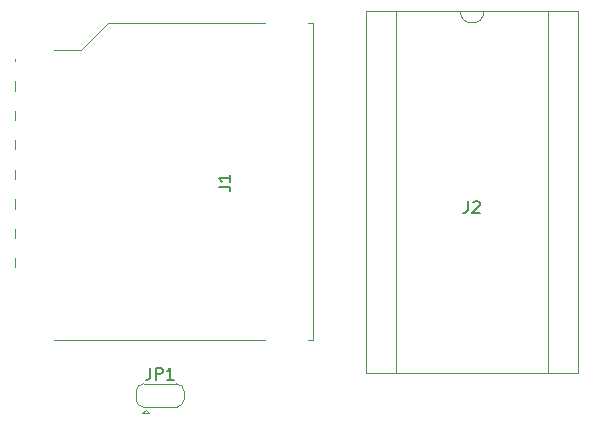
<source format=gbr>
G04 #@! TF.GenerationSoftware,KiCad,Pcbnew,(5.1.5)-3*
G04 #@! TF.CreationDate,2020-01-23T23:17:30-08:00*
G04 #@! TF.ProjectId,sdInterface,7364496e-7465-4726-9661-63652e6b6963,rev?*
G04 #@! TF.SameCoordinates,Original*
G04 #@! TF.FileFunction,Legend,Top*
G04 #@! TF.FilePolarity,Positive*
%FSLAX46Y46*%
G04 Gerber Fmt 4.6, Leading zero omitted, Abs format (unit mm)*
G04 Created by KiCad (PCBNEW (5.1.5)-3) date 2020-01-23 23:17:30*
%MOMM*%
%LPD*%
G04 APERTURE LIST*
%ADD10C,0.120000*%
%ADD11C,0.150000*%
G04 APERTURE END LIST*
D10*
X103600000Y-108000000D02*
X103900000Y-108300000D01*
X103300000Y-108300000D02*
X103900000Y-108300000D01*
X103600000Y-108000000D02*
X103300000Y-108300000D01*
X102750000Y-107100000D02*
X102750000Y-106500000D01*
X106200000Y-107800000D02*
X103400000Y-107800000D01*
X106850000Y-106500000D02*
X106850000Y-107100000D01*
X103400000Y-105800000D02*
X106200000Y-105800000D01*
X106150000Y-105800000D02*
G75*
G02X106850000Y-106500000I0J-700000D01*
G01*
X106850000Y-107100000D02*
G75*
G02X106150000Y-107800000I-700000J0D01*
G01*
X103450000Y-107800000D02*
G75*
G02X102750000Y-107100000I0J700000D01*
G01*
X102750000Y-106500000D02*
G75*
G02X103450000Y-105800000I700000J0D01*
G01*
X132220000Y-74270000D02*
G75*
G02X130220000Y-74270000I-1000000J0D01*
G01*
X130220000Y-74270000D02*
X124760000Y-74270000D01*
X124760000Y-74270000D02*
X124760000Y-104870000D01*
X124760000Y-104870000D02*
X137680000Y-104870000D01*
X137680000Y-104870000D02*
X137680000Y-74270000D01*
X137680000Y-74270000D02*
X132220000Y-74270000D01*
X122270000Y-74210000D02*
X122270000Y-104930000D01*
X122270000Y-104930000D02*
X140170000Y-104930000D01*
X140170000Y-104930000D02*
X140170000Y-74210000D01*
X140170000Y-74210000D02*
X122270000Y-74210000D01*
X117745000Y-75230000D02*
X117325000Y-75230000D01*
X117745000Y-102070000D02*
X117745000Y-75230000D01*
X117325000Y-102070000D02*
X117745000Y-102070000D01*
X95825000Y-102070000D02*
X113725000Y-102070000D01*
X100425000Y-75230000D02*
X113725000Y-75230000D01*
X98125000Y-77530000D02*
X100425000Y-75230000D01*
X95825000Y-77530000D02*
X98125000Y-77530000D01*
X92505000Y-95900000D02*
X92505000Y-95200000D01*
X92505000Y-93500000D02*
X92505000Y-92700000D01*
X92505000Y-91000000D02*
X92505000Y-90200000D01*
X92505000Y-78500000D02*
X92505000Y-78300000D01*
X92505000Y-88500000D02*
X92505000Y-87700000D01*
X92505000Y-85900000D02*
X92505000Y-85200000D01*
X92505000Y-83500000D02*
X92505000Y-82700000D01*
X92505000Y-81000000D02*
X92505000Y-80200000D01*
D11*
X103966666Y-104452380D02*
X103966666Y-105166666D01*
X103919047Y-105309523D01*
X103823809Y-105404761D01*
X103680952Y-105452380D01*
X103585714Y-105452380D01*
X104442857Y-105452380D02*
X104442857Y-104452380D01*
X104823809Y-104452380D01*
X104919047Y-104500000D01*
X104966666Y-104547619D01*
X105014285Y-104642857D01*
X105014285Y-104785714D01*
X104966666Y-104880952D01*
X104919047Y-104928571D01*
X104823809Y-104976190D01*
X104442857Y-104976190D01*
X105966666Y-105452380D02*
X105395238Y-105452380D01*
X105680952Y-105452380D02*
X105680952Y-104452380D01*
X105585714Y-104595238D01*
X105490476Y-104690476D01*
X105395238Y-104738095D01*
X130866666Y-90352380D02*
X130866666Y-91066666D01*
X130819047Y-91209523D01*
X130723809Y-91304761D01*
X130580952Y-91352380D01*
X130485714Y-91352380D01*
X131295238Y-90447619D02*
X131342857Y-90400000D01*
X131438095Y-90352380D01*
X131676190Y-90352380D01*
X131771428Y-90400000D01*
X131819047Y-90447619D01*
X131866666Y-90542857D01*
X131866666Y-90638095D01*
X131819047Y-90780952D01*
X131247619Y-91352380D01*
X131866666Y-91352380D01*
X109752380Y-89133333D02*
X110466666Y-89133333D01*
X110609523Y-89180952D01*
X110704761Y-89276190D01*
X110752380Y-89419047D01*
X110752380Y-89514285D01*
X110752380Y-88133333D02*
X110752380Y-88704761D01*
X110752380Y-88419047D02*
X109752380Y-88419047D01*
X109895238Y-88514285D01*
X109990476Y-88609523D01*
X110038095Y-88704761D01*
M02*

</source>
